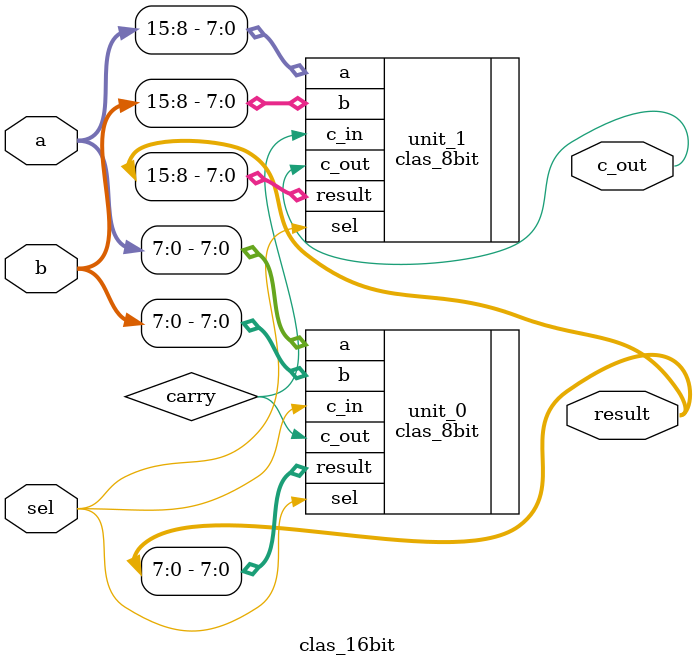
<source format=v>
module clas_16bit(sel, a, b, result, c_out);
    input sel;
    input [15:0] a,b;
    output [15:0] result;
    output c_out;

    wire carry;

    clas_8bit unit_0(
        .a(a[7:0]),
        .b(b[7:0]),
        .sel(sel),
        .result(result[7:0]),
        .c_in(sel),
        .c_out(carry)
    );

    clas_8bit unit_1(
        .a(a[15:8]),
        .b(b[15:8]),
        .sel(sel),
        .result(result[15:8]),
        .c_in(carry),
        .c_out(c_out)
    );
endmodule
</source>
